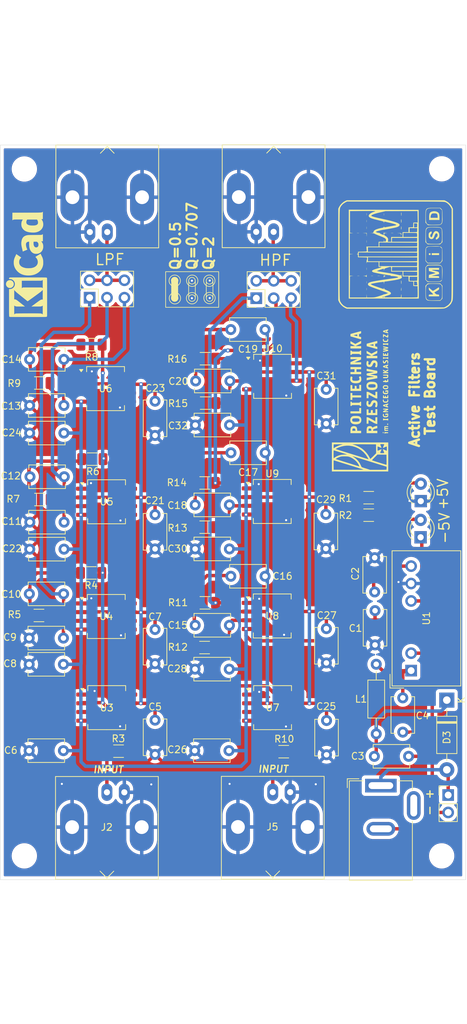
<source format=kicad_pcb>
(kicad_pcb (version 20240108) (generator "pcbnew") (generator_version "8.0")
  (layers (0 "F.Cu" signal) (31 "B.Cu" signal) (34 "B.Paste" user) (35 "F.Paste" user) (36 "B.SilkS" user "B.Silkscreen") (37 "F.SilkS" user "F.Silkscreen") (38 "B.Mask" user) (39 "F.Mask" user) (44 "Edge.Cuts" user))
  (net 0 "")
  (net 1 "+5V")
  (net 2 "GND")
  (net 3 "-5V")
  (net 4 "Net-(D3-K)")
  (net 5 "Net-(J1-Pin_2)")
  (net 6 "Net-(U4-+)")
  (net 7 "Net-(C10-Pad1)")
  (net 8 "Net-(J8-Pin_1)")
  (net 9 "Net-(U5-+)")
  (net 10 "Net-(C12-Pad1)")
  (net 11 "Net-(J8-Pin_3)")
  (net 12 "Net-(U6-+)")
  (net 13 "Net-(C14-Pad1)")
  (net 14 "Net-(J8-Pin_5)")
  (net 15 "Net-(U8-+)")
  (net 16 "Net-(C15-Pad2)")
  (net 17 "Net-(U7--)")
  (net 18 "Net-(C17-Pad2)")
  (net 19 "Net-(U9-+)")
  (net 20 "Net-(C19-Pad2)")
  (net 21 "Net-(U10-+)")
  (net 22 "Net-(D1-A)")
  (net 23 "Net-(D2-A)")
  (net 24 "Net-(J2-In)")
  (net 25 "Net-(J3-Pin_2)")
  (net 26 "Net-(J3-Pin_5)")
  (net 27 "Net-(J3-Pin_3)")
  (net 28 "Net-(J3-Pin_1)")
  (net 29 "Net-(J4-In)")
  (net 30 "Net-(J5-In)")
  (net 31 "Net-(U3--)")
  (net 56 "Net-(U1-+VIN)")
  (net 57 "Net-(D3-A)")
  (footprint "Package_SO:SO-8_5.3x6.2mm_P1.27mm" (layer "F.Cu") (at 102.755 125.88)
    (property "Reference" "U4")
    (property "Value" "OP07" (hide yes))
  )
  (footprint "Package_SO:SO-8_5.3x6.2mm_P1.27mm" (layer "F.Cu") (at 126.975 125.8)
    (property "Reference" "U8")
    (property "Value" "OP07" (hide yes))
  )
  (footprint "Capacitor_THT:C_Disc_D5.1mm_W3.2mm_P5.00mm" (layer "F.Cu") (at 134.875 132.65 90)
    (property "Reference" "C27")
    (property "Value" "100nF" (hide yes))
  )
  (footprint "Inductor_THT:L_Axial_L5.3mm_D2.2mm_P10.16mm_Horizontal_Vishay_IM-1" (layer "F.Cu") (at 142.15 143.005 90)
    (property "Reference" "L1")
    (property "Value" "22uH" (hide yes))
  )
  (footprint "LOGO:Metrologiia_Wieksza" (layer "F.Cu") (at 144.975 73.1 90)
    (property "Reference" "G***" (hide yes))
    (property "Value" "LOGO" (hide yes))
  )
  (footprint "Resistor_SMD:R_1206_3216Metric_Pad1.30x1.75mm_HandSolder" (layer "F.Cu") (at 141.05 111.1)
    (property "Reference" "R2")
    (property "Value" "500" (hide yes))
  )
  (footprint "Capacitor_THT:C_Disc_D5.1mm_W3.2mm_P5.00mm" (layer "F.Cu") (at 141.925 117.3 -90)
    (property "Reference" "C2")
    (property "Value" "4.7uF" (hide yes))
  )
  (footprint "Resistor_SMD:R_1206_3216Metric_Pad1.30x1.75mm_HandSolder" (layer "F.Cu") (at 128.65 145.6)
    (property "Reference" "R10")
    (property "Value" "50" (hide yes))
  )
  (footprint "Resistor_SMD:R_1206_3216Metric_Pad1.30x1.75mm_HandSolder" (layer "F.Cu") (at 117.105 130.41)
    (property "Reference" "R12")
    (property "Value" "16k" (hide yes))
  )
  (footprint "Resistor_SMD:R_1206_3216Metric_Pad1.30x1.75mm_HandSolder" (layer "F.Cu") (at 92.93 125.73)
    (property "Reference" "R5")
    (property "Value" "16k" (hide yes))
  )
  (footprint "Capacitor_THT:C_Disc_D5.1mm_W3.2mm_P5.00mm" (layer "F.Cu") (at 134.85 97.75 90)
    (property "Reference" "C31")
    (property "Value" "100nF" (hide yes))
  )
  (footprint "Capacitor_THT:C_Disc_D5.1mm_W3.2mm_P5.00mm" (layer "F.Cu") (at 115.75 97.95)
    (property "Reference" "C32")
    (property "Value" "100nF" (hide yes))
  )
  (footprint "Resistor_SMD:R_1206_3216Metric_Pad1.30x1.75mm_HandSolder" (layer "F.Cu") (at 100.725 102.925 180)
    (property "Reference" "R6")
    (property "Value" "30k" (hide yes))
  )
  (footprint "Resistor_SMD:R_1206_3216Metric_Pad1.30x1.75mm_HandSolder" (layer "F.Cu") (at 100.6 86.218885 180)
    (property "Reference" "R8")
    (property "Value" "13k" (hide yes))
  )
  (footprint "Capacitor_THT:C_Disc_D5.1mm_W3.2mm_P5.00mm" (layer "F.Cu") (at 141.975 125.025 -90)
    (property "Reference" "C1")
    (property "Value" "4.7uF" (hide yes))
  )
  (footprint "Resistor_SMD:R_1206_3216Metric_Pad1.30x1.75mm_HandSolder" (layer "F.Cu") (at 104.55 145.525)
    (property "Reference" "R3")
    (property "Value" "50" (hide yes))
  )
  (footprint "Connector_PinHeader_2.54mm:PinHeader_2x03_P2.54mm_Vertical" (layer "F.Cu") (at 100.325 79.375 90)
    (property "Reference" "J8" (hide yes))
    (property "Value" "SELECTOR" (hide yes))
  )
  (footprint "Capacitor_THT:C_Disc_D5.1mm_W3.2mm_P5.00mm" (layer "F.Cu") (at 125.925 84.025 180)
    (property "Reference" "C19")
    (property "Value" "10nF" (hide yes))
  )
  (footprint "Resistor_SMD:R_1206_3216Metric_Pad1.30x1.75mm_HandSolder" (layer "F.Cu") (at 100.55 119.525 180)
    (property "Reference" "R4")
    (property "Value" "16k" (hide yes))
  )
  (footprint "Connector_Coaxial:BNC_Amphenol_B6252HB-NPP3G-50_Horizontal" (layer "F.Cu") (at 127.05 151.5 180)
    (property "Reference" "J5")
    (property "Value" "INPUT" (hide yes))
  )
  (footprint "Connector_PinHeader_2.54mm:PinHeader_1x02_P2.54mm_Vertical" (layer "F.Cu") (at 152.65 151.925)
    (property "Reference" "J6" (hide yes))
    (property "Value" "5V" (hide yes))
  )
  (footprint "Capacitor_THT:C_Disc_D5.1mm_W3.2mm_P5.00mm" (layer "F.Cu") (at 91.53 122.58)
    (property "Reference" "C10")
    (property "Value" "10nF" (hide yes))
  )
  (footprint "Resistor_SMD:R_1206_3216Metric_Pad1.30x1.75mm_HandSolder" (layer "F.Cu") (at 117.155 123.885)
    (property "Reference" "R11")
    (property "Value" "16k" (hide yes))
  )
  (footprint "Capacitor_THT:C_Disc_D5.1mm_W3.2mm_P5.00mm" (layer "F.Cu") (at 120.725 109.6 180)
    (property "Reference" "C18")
    (property "Value" "10nF" (hide yes))
  )
  (footprint "Capacitor_THT:C_Disc_D5.1mm_W3.2mm_P5.00mm" (layer "F.Cu") (at 146.025 142.75 90)
    (property "Reference" "C4")
    (property "Value" "22uF" (hide yes))
  )
  (footprint "MountingHole:MountingHole_3.2mm_M3" (layer "F.Cu") (at 90.8 160.8)
    (property "Reference" "REF**" (hide yes))
    (property "Value" "MountingHole_3.2mm_M3" (hide yes))
  )
  (footprint "Capacitor_THT:C_Disc_D5.1mm_W3.2mm_P5.00mm" (layer "F.Cu") (at 109.875 146 90)
    (property "Reference" "C5")
    (property "Value" "100nF" (hide yes))
  )
  (footprint "Capacitor_THT:C_Disc_D5.1mm_W3.2mm_P5.00mm" (layer "F.Cu") (at 96.575 95.093885 180)
    (property "Reference" "C13")
    (property "Value" "4.6nF" (hide yes))
  )
  (footprint "MountingHole:MountingHole_3.2mm_M3" (layer "F.Cu") (at 151.7 60.575)
    (property "Reference" "REF**" (hide yes))
    (property "Value" "MountingHole_3.2mm_M3" (hide yes))
  )
  (footprint "Connector_Coaxial:BNC_Amphenol_B6252HB-NPP3G-50_Horizontal" (layer "F.Cu") (at 127.175 69.775)
    (property "Reference" "J7" (hide yes))
    (property "Value" "OUTPUT" (hide yes))
  )
  (footprint "Capacitor_THT:C_Disc_D5.1mm_W3.2mm_P5.00mm" (layer "F.Cu") (at 125.95 102 180)
    (property "Reference" "C17")
    (property "Value" "10nF" (hide yes))
  )
  (footprint "Capacitor_THT:C_Disc_D5.1mm_W3.2mm_P5.00mm" (layer "F.Cu") (at 109.875 116.025 90)
    (property "Reference" "C21")
    (property "Value" "100nF" (hide yes))
  )
  (footprint "Resistor_SMD:R_1206_3216Metric_Pad1.30x1.75mm_HandSolder" (layer "F.Cu") (at 141.05 108.55)
    (property "Reference" "R1")
    (property "Value" "500" (hide yes))
  )
  (footprint "Capacitor_THT:C_Disc_D5.1mm_W3.2mm_P5.00mm" (layer "F.Cu") (at 91.625 105.495)
    (property "Reference" "C12")
    (property "Value" "10nF" (hide yes))
  )
  (footprint "Capacitor_THT:C_Disc_D5.1mm_W3.2mm_P5.00mm" (layer "F.Cu") (at 109.875 99.468885 90)
    (property "Reference" "C23")
    (property "Value" "100nF" (hide yes))
  )
  (footprint "Capacitor_THT:C_Disc_D5.1mm_W3.2mm_P5.00mm" (layer "F.Cu") (at 120.73 127.16 180)
    (property "Reference" "C15")
    (property "Value" "10nF" (hide yes))
  )
  (footprint "LED_THT:LED_D3.0mm_FlatTop" (layer "F.Cu") (at 148.625 114.325 90)
    (property "Reference" "D2" (hide yes))
    (property "Value" "LED" (hide yes))
  )
  (footprint "Package_SO:SO-8_5.3x6.2mm_P1.27mm" (layer "F.Cu") (at 102.825 139.175)
    (property "Reference" "U3")
    (property "Value" "OP07" (hide yes))
  )
  (footprint "Symbol:KiCad-Logo_6mm_SilkScreen" (layer "F.Cu") (at 91.1 74.525 90)
    (property "Reference" "REF**" (hide yes))
    (property "Value" "KiCad-Logo_6mm_SilkScreen" (hide yes))
  )
  (footprint "Capacitor_THT:C_Disc_D5.1mm_W3.2mm_P5.00mm" (layer "F.Cu") (at 115.6625 145.45)
    (property "Reference" "C26")
    (property "Value" "100nF" (hide yes))
  )
  (footprint "Capacitor_THT:C_Disc_D5.1mm_W3.2mm_P5.00mm" (layer "F.Cu") (at 134.9 146.05 90)
    (property "Reference" "C25")
    (property "Value" "100nF" (hide yes))
  )
  (footprint "MountingHole:MountingHole_3.2mm_M3" (layer "F.Cu") (at 151.7 160.8)
    (property "Reference" "REF**" (hide yes))
    (property "Value" "MountingHole_3.2mm_M3" (hide yes))
  )
  (footprint "Package_SO:SO-8_5.3x6.2mm_P1.27mm" (layer "F.Cu") (at 127.025 139.175)
    (property "Reference" "U7")
    (property "Value" "OP07" (hide yes))
  )
  (footprint "Resistor_SMD:R_1206_3216Metric_Pad1.30x1.75mm_HandSolder" (layer "F.Cu") (at 93.025 108.82)
    (property "Reference" "R7")
    (property "Value" "18k" (hide yes))
  )
  (footprint "Package_SO:SO-8_5.3x6.2mm_P1.27mm" (layer "F.Cu") (at 102.65 92.64)
    (property "Reference" "U6")
    (property "Value" "OP07" (hide yes))
  )
  (footprint "Capacitor_THT:C_Disc_D5.1mm_W3.2mm_P5.00mm" (layer "F.Cu") (at 91.575 88.368885)
    (property "Reference" "C14")
    (property "Value" "100nF" (hide yes))
  )
  (footprint "Connector_Coaxial:BNC_Amphenol_B6252HB-NPP3G-50_Horizontal" (layer "F.Cu") (at 102.85 151.525 180)
    (property "Reference" "J2")
    (property "Value" "INPUT" (hide yes))
  )
  (footprint "LOGO:Politechnika" (layer "F.Cu") (at 139.775 94.35 90)
    (property "Reference" "G***" (hide yes))
    (property "Value" "LOGO" (hide yes))
  )
  (footprint "Capacitor_THT:C_Disc_D5.1mm_W3.2mm_P5.00mm" (layer "F.Cu") (at 134.8 115.975 90)
    (property "Reference" "C29")
    (property "Value" "100nF" (hide yes))
  )
  (footprint "Capacitor_THT:C_Disc_D5.1mm_W3.2mm_P5.00mm" (layer "F.Cu") (at 146.875 146.275 180)
    (property "Reference" "C3")
    (property "Value" "22uF" (hide yes))
  )
  (footprint "Capacitor_THT:C_Disc_D5.1mm_W3.2mm_P5.00mm" (layer "F.Cu") (at 91.505 132.855)
    (property "Reference" "C8")
    (property "Value" "100nF" (hide yes))
  )
  (footprint "Connector_PinHeader_2.54mm:PinHeader_2x03_P2.54mm_Vertical" (layer "F.Cu") (at 124.65 79.45 90)
    (property "Reference" "J3" (hide yes))
    (property "Value" "SELECTOR" (hide yes))
  )
  (footprint "Capacitor_THT:C_Disc_D5.1mm_W3.2mm_P5.00mm" (layer "F.Cu") (at 120.8 91.525 180)
    (property "Reference" "C20")
    (property "Value" "10nF" (hide yes))
  )
  (footprint "Resistor_SMD:R_1206_3216Metric_Pad1.30x1.75mm_HandSolder" (layer "F.Cu") (at 93 91.818885)
    (property "Reference" "R9")
    (property "Value" "4k3" (hide yes))
  )
  (footprint "Package_SO:SO-8_5.3x6.2mm_P1.27mm" (layer "F.Cu") (at 127.025 90.85)
    (property "Reference" "U10")
    (property "Value" "OP07" (hide yes))
  )
  (footprint "Capacitor_THT:C_Disc_D5.1mm_W3.2mm_P5.00mm" (layer "F.Cu") (at 115.725 116.025)
    (property "Reference" "C30")
    (property "Value" "100nF" (hide yes))
  )
  (footprint "Capacitor_THT:C_Disc_D5.1mm_W3.2mm_P5.00mm" (layer "F.Cu") (at 109.875 132.775 90)
    (property "Reference" "C7")
    (property "Value" "100nF" (hide yes))
  )
  (footprint "Resistor_SMD:R_1206_3216Metric_Pad1.30x1.75mm_HandSolder" (layer "F.Cu") (at 117.2 94.75)
    (property "Reference" "R15")
    (property "Value" "62k" (hide yes))
  )
  (footprint "Connector_Coaxial:BNC_Amphenol_B6252HB-NPP3G-50_Horizontal" (layer "F.Cu") (at 102.9 69.8)
    (property "Reference" "J4" (hide yes))
    (property "Value" "OUTPUT" (hide yes))
  )
  (footprint "MountingHole:MountingHole_3.2mm_M3" (layer "F.Cu") (at 90.8 60.6)
    (property "Reference" "REF**" (hide yes))
    (property "Value" "MountingHole_3.2mm_M3" (hide yes))
  )
  (footprint "Resistor_SMD:R_1206_3216Metric_Pad1.30x1.75mm_HandSolder" (layer "F.Cu") (at 117.175 88.275)
    (property "Reference" "R16")
    (property "Value" "3k9" (hide yes))
  )
  (footprint "Capacitor_THT:C_Disc_D5.1mm_W3.2mm_P5.00mm" (layer "F.Cu") (at 96.505 129.03 180)
    (property "Reference" "C9")
    (property "Value" "10nF" (hide yes))
  )
  (footprint "Capacitor_THT:C_Disc_D5.1mm_W3.2mm_P5.00mm" (layer "F.Cu") (at 91.5 145.45)
    (property "Reference" "C6")
    (property "Value" "100nF" (hide yes))
  )
  (footprint "Converter_DCDC:Converter_DCDC_Murata_MGJ2DxxxxxxSC_THT" (layer "F.Cu") (at 147.2425 133.7725 90)
    (property "Reference" "U1")
    (property "Value" "MGJ2D051515SC" (hide yes))
  )
  (footprint "Package_SO:SO-8_5.3x6.2mm_P1.27mm" (layer "F.Cu") (at 102.8 109.145)
    (property "Reference" "U5")
    (property "Value" "OP07" (hide yes))
  )
  (footprint "Capacitor_THT:C_Disc_D5.1mm_W3.2mm_P5.00mm" (layer "F.Cu") (at 91.5875 116.0575)
    (property "Reference" "C22")
    (property "Value" "100nF" (hide yes))
  )
  (footprint "Diode_THT:D_DO-41_SOD81_P10.16mm_Horizontal" (layer "F.Cu") (at 152.45 138.075 -90)
    (property "Reference" "D3")
    (property "Value" "1N4001" (hide yes))
  )
  (footprint "Capacitor_THT:C_Disc_D5.1mm_W3.2mm_P5.00mm" (layer "F.Cu") (at 96.6 112.12 180)
    (property "Reference" "C11")
    (property "Value" "4.7nF" (hide yes))
  )
  (footprint "Connector_BarrelJack:BarrelJack_GCT_DCJ200-10-A_Horizontal" (layer "F.Cu") (at 142.825 150.55)
    (property "Reference" "J1" (hide yes))
    (property "Value" "5V" (hide yes))
  )
  (footprint "Capacitor_THT:C_Disc_D5.1mm_W3.2mm_P5.00mm" (layer "F.Cu") (at 125.93 120.01 180)
    (property "Reference" "C16")
    (property "Value" "10nF" (hide yes))
  )
  (footprint "Capacitor_THT:C_Disc_D5.1mm_W3.2mm_P5.00mm" (layer "F.Cu") (at 115.705 133.56)
    (property "Reference" "C28")
    (property "Value" "100nF" (hide yes))
  )
  (footprint "Capacitor_THT:C_Disc_D5.1mm_W3.2mm_P5.00mm" (layer "F.Cu") (at 91.575 99.118885)
    (property "Reference" "C24")
    (property "Value" "100nF" (hide yes))
  )
  (footprint "Resistor_SMD:R_1206_3216Metric_Pad1.30x1.75mm_HandSolder" (layer "F.Cu") (at 117.125 112.85)
    (property "Reference" "R13")
    (property "Value" "22k" (hide yes))
  )
  (footprint "Package_SO:SO-8_5.3x6.2mm_P1.27mm" (layer "F.Cu") (at 126.975 109.1)
    (property "Reference" "U9")
    (property "Value" "OP07" (hide yes))
  )
  (footprint "LED_THT:LED_D3.0mm_FlatTop" (layer "F.Cu") (at 148.65 109.05 90)
    (property "Reference" "D1" (hide yes))
    (property "Value" "LED" (hide yes))
  )
  (footprint "Resistor_SMD:R_1206_3216Metric_Pad1.30x1.75mm_HandSolder" (layer "F.Cu") (at 117.125 106.4)
    (property "Reference" "R14")
    (property "Value" "11k" (hide yes))
  )
  (gr_line (start 112.7375 76.875) (end 112.7375 79.425) (stroke (width 1)) (layer "F.SilkS"))
  (gr_circle (center 115.272912 79.453024) (end 114.872912 78.728024) (stroke (width 0.1)) (fill none) (layer "F.SilkS"))
  (gr_circle (center 117.822912 79.425) (end 117.422912 78.7) (stroke (width 0.1)) (fill none) (layer "F.SilkS"))
  (gr_line (start 114.772912 76.875) (end 114.777088 79.475) (stroke (width 0.1)) (layer "F.SilkS"))
  (gr_circle (center 117.822912 76.910412) (end 117.422912 76.635412) (stroke (width 0.1)) (fill none) (layer "F.SilkS"))
  (gr_circle (center 115.258324 76.9) (end 114.858324 76.625) (stroke (width 0.1)) (fill none) (layer "F.SilkS"))
  (gr_line (start 117.345824 76.85) (end 117.35 79.45) (stroke (width 0.1)) (layer "F.SilkS"))
  (gr_circle (center 117.8375 79.425) (end 117.4375 79.15) (stroke (width 0.1)) (fill none) (layer "F.SilkS"))
  (gr_line (start 115.745824 76.85) (end 115.75 79.45) (stroke (width 0.1)) (layer "F.SilkS"))
  (gr_circle (center 115.297912 76.903024) (end 114.897912 76.178024) (stroke (width 0.1)) (fill none) (layer "F.SilkS"))
  (gr_line (start 118.320824 76.85) (end 118.325 79.45) (stroke (width 0.1)) (layer "F.SilkS"))
  (gr_rect (start 111.417912 75.58) (end 119.157912 80.78) (stroke (width 0.1)) (fill none) (layer "F.SilkS"))
  (gr_circle (center 112.772912 79.453024) (end 112.372912 78.728024) (stroke (width 0.1)) (fill none) (layer "F.SilkS"))
  (gr_circle (center 112.7375 76.875) (end 112.3375 76.6) (stroke (width 0.1)) (fill none) (layer "F.SilkS"))
  (gr_circle (center 112.7375 79.425) (end 112.3375 79.15) (stroke (width 0.1)) (fill none) (layer "F.SilkS"))
  (gr_circle (center 112.744888 76.9) (end 112.344888 76.175) (stroke (width 0.1)) (fill none) (layer "F.SilkS"))
  (gr_circle (center 117.794888 76.9) (end 117.394888 76.175) (stroke (width 0.1)) (fill none) (layer "F.SilkS"))
  (gr_circle (center 115.2625 79.425) (end 114.8625 79.15) (stroke (width 0.1)) (fill none) (layer "F.SilkS"))
  (gr_rect (start 87.3 57.1) (end 155.2 164.275) (stroke (width 0.05)) (fill none) (layer "Edge.Cuts"))
  (gr_text "INPUT" (at 124.825 148.725 0) (layer "F.SilkS") (effects (font (size 1 1) (thickness 0.2) (bold yes) (italic yes)) (justify left bottom)))
  (gr_text "Active Filters \nTest Board" (at 148.875 93.7 90) (layer "F.SilkS") (effects (font (size 1.4 1.4) (thickness 0.35) (bold yes))))
  (gr_text "LPF" (at 101 74.75 0) (layer "F.SilkS") (effects (font (size 1.6 1.6) (thickness 0.2) (bold yes)) (justify left bottom)))
  (gr_text "+ -" (at 149.375 150.9 -90) (layer "F.SilkS") (effects (font (size 1.2 1.2) (thickness 0.2) (bold yes)) (justify left bottom)))
  (gr_text "INPUT" (at 100.75 148.8 0) (layer "F.SilkS") (effects (font (size 1 1) (thickness 0.2) (bold yes) (italic yes)) (justify left bottom)))
  (gr_text "+5V\n" (at 152.75 110.45 90) (layer "F.SilkS") (effects (font (size 1.5 1.5) (thickness 0.2) (bold yes)) (justify left bottom)))
  (gr_text "Q=0.5\nQ=0.707\nQ=2" (at 115.275 75.5 90) (layer "F.SilkS") (effects (font (size 1.5 1.5) (thickness 0.3) (bold yes)) (justify left)))
  (gr_text "HPF" (at 124.975 74.85 0) (layer "F.SilkS") (effects (font (size 1.6 1.6) (thickness 0.2) (bold yes)) (justify left bottom)))
  (gr_text "-5V\n" (at 152.975 115.4 90) (layer "F.SilkS") (effects (font (size 1.5 1.5) (thickness 0.2) (bold yes)) (justify left bottom)))
  (segment (start 106.34 138.525) (end 106.325 138.54) (width 0.2) (layer "F.Cu") (net 1))
  (segment (start 132.435 138.54) (end 134.525 138.54) (width 0.5) (layer "F.Cu") (net 1))
  (segment (start 130.525 138.54) (end 128.69 138.54) (width 0.5) (layer "F.Cu") (net 1))
  (segment (start 106.3 108.51) (end 109.35 108.51) (width 0.5) (layer "F.Cu") (net 1))
  (segment (start 107.825 92) (end 107.83 92.005) (width 0.5) (layer "F.Cu") (net 1))
  (segment (start 109.75 108.51) (end 109.875 108.635) (width 0.5) (layer "F.Cu") (net 1))
  (segment (start 109.875 108.635) (end 109.875 111.025) (width 0.5) (layer "F.Cu") (net 1))
  (segment (start 134.89 138.54) (end 134.9 138.55) (width 0.2) (layer "F.Cu") (net 1))
  (segment (start 139.4 108.45) (end 139.5 108.55) (width 0.5) (layer "F.Cu") (net 1))
  (segment (start 109.838885 92.005) (end 109.875 91.968885) (width 0.2) (layer "F.Cu") (net 1))
  (segment (start 134 108.465) (end 134.325 108.465) (width 0.5) (layer "F.Cu") (net 1))
  (segment (start 136.2 125.15) (end 134.875 125.15) (width 0.5) (layer "F.Cu") (net 1))
  (segment (start 113.65 136) (end 111.1 138.55) (width 0.5) (layer "F.Cu") (net 1))
  (segment (start 109.875 125.275) (end 108.55 125.275) (width 0.5) (layer "F.Cu") (net 1))
  (segment (start 107.82 92.005) (end 107.825 92) (width 0.5) (layer "F.Cu") (net 1))
  (segment (start 109.875 141) (end 109.875 138.725) (width 0.5) (layer "F.Cu") (net 1))
  (segment (start 135.415 108.465) (end 135.425 108.475) (width 0.5) (layer "F.Cu") (net 1))
  (segment (start 141.775 122.15) (end 141.775 120.525) (width 0.5) (layer "F.Cu") (net 1))
  (segment (start 141.925 120.375) (end 142.9 120.375) (width 0.5) (layer "F.Cu") (net 1))
  (segment (start 107.775 138.525) (end 106.34 138.525) (width 0.5) (layer "F.Cu") (net 1))
  (segment (start 126.15 136) (end 113.65 136) (width 0.5) (layer "F.Cu") (net 1))
  (segment (start 134.85 90.25) (end 134.85 92.75) (width 0.5) (layer "F.Cu") (net 1))
  (segment (start 134 108.465) (end 135.415 108.465) (width 0.5) (layer "F.Cu") (net 1))
  (segment (start 135.425 108.475) (end 139.425 108.475) (width 0.5) (layer "F.Cu") (net 1))
  (segment (start 107.8 125.275) (end 106.285 125.275) (width 0.5) (layer "F.Cu") (net 1))
  (segment (start 141.925 122.3) (end 141.775 122.15) (width 0.5) (layer "F.Cu") (net 1))
  (segment (start 141.775 120.525) (end 141.925 120.375) (width 0.5) (layer "F.Cu") (net 1))
  (segment (start 109.838885 92.005) (end 109.875 92.041115) (width 0.5) (layer "F.Cu") (net 1))
  (segment (start 132.365 138.54) (end 132.4 138.575) (width 0.5) (layer "F.Cu") (net 1))
  (segment (start 141.925 120.375) (end 137.9 120.375) (width 0.5) (layer "F.Cu") (net 1))
  (segment (start 134.8 108.475) (end 134.8 110.975) (width 0.5) (layer "F.Cu") (net 1))
  (segment (start 130.525 138.54) (end 132.365 138.54) (width 0.5) (layer "F.Cu") (net 1))
  (segment (start 134.815 90.215) (end 134.85 90.25) (width 0.2) (layer "F.Cu") (net 1))
  (segment (start 106.15 92.005) (end 107.82 92.005) (width 0.5) (layer "F.Cu") (net 1))
  (segment (start 128.69 138.54) (end 126.15 136) (width 0.5) (layer "F.Cu") (net 1))
  (segment (start 134.9 138.55) (end 134.9 141.05) (width 0.5) (layer "F.Cu") (net 1))
  (segment (start 109.875 138.725) (end 110.05 138.55) (width 0.5) (layer "F.Cu") (net 1))
  (segment (start 109.1 92.005) (end 109.838885 92.005) (width 0.5) (layer "F.Cu") (net 1))
  (segment (start 130.49 125.15) (end 130.475 125.165) (width 0.5) (layer "F.Cu") (net 1))
  (segment (start 134.79 108.465) (end 134.8 108.475) (width 0.2) (layer "F.Cu") (net 1))
  (segment (start 137.9 120.375) (end 136.575 121.7) (width 0.5) (layer "F.Cu") (net 1))
  (segment (start 109.875 125.275) (end 109.875 127.775) (width 0.5) (layer "F.Cu") (net 1))
  (segment (start 109.35 108.51) (end 109.75 108.51) (width 0.5) (layer "F.Cu") (net 1))
  (segment (start 110.05 138.55) (end 107.8 138.55) (width 0.5) (layer "F.Cu") (net 1))
  (segment (start 130.525 90.215) (end 134.05 90.215) (width 0.5) (layer "F.Cu") (net 1))
  (segment (start 107.83 92.005) (end 109.1 92.005) (width 0.5) (layer "F.Cu") (net 1))
  (segment (start 142.9 120.375) (end 144.7425 118.5325) (width 0.5) (layer "F.Cu") (net 1))
  (segment (start 107.8 138.55) (end 107.775 138.525) (width 0.5) (layer "F.Cu") (net 1))
  (segment (start 134.325 108.465) (end 134.55 108.465) (width 0.5) (layer "F.Cu") (net 1))
  (segment (start 134.875 125.15) (end 130.49 125.15) (width 0.5) (layer "F.Cu") (net 1))
  (segment (start 134.8 108.475) (end 135.425 108.475) (width 0.5) (layer "F.Cu") (net 1))
  (segment (start 132.4 138.575) (end 132.435 138.54) (width 0.5) (layer "F.Cu") (net 1))
  (segment (start 134.875 125.15) (end 134.875 127.65) (width 0.5) (layer "F.Cu") (net 1))
  (segment (start 144.7425 118.5325) (end 147.2425 118.5325) (width 0.5) (layer "F.Cu") (net 1))
  (segment (start 136.575 121.7) (end 136.575 124.775) (width 0.5) (layer "F.Cu") (net 1))
  (segment (start 107.825 138.525) (end 107.8 138.55) (width 0.5) (layer "F.Cu") (net 1))
  (segment (start 136.575 124.775) (end 136.2 125.15) (width 0.5) (layer "F.Cu") (net 1))
  (segment (start 139.425 108.475) (end 139.5 108.55) (width 0.5) (layer "F.Cu") (net 1))
  (segment (start 134.05 90.215) (end 134.815 90.215) (width 0.5) (layer "F.Cu") (net 1))
  (segment (start 106.285 125.275) (end 106.255 125.245) (width 0.2) (layer "F.Cu") (net 1))
  (segment (start 134.525 138.54) (end 134.89 138.54) (width 0.5) (layer "F.Cu") (net 1))
  (segment (start 109.875 92.041115) (end 109.875 94.468885) (width 0.5) (layer "F.Cu") (net 1))
  (segment (start 108.55 125.275) (end 107.8 125.275) (width 0.5) (layer "F.Cu") (net 1))
  (segment (start 111.1 138.55) (end 109.925 138.55) (width 0.5) (layer "F.Cu") (net 1))
  (segment (start 133.75 108.465) (end 134 108.465) (width 0.5) (layer "F.Cu") (net 1))
  (segment (start 130.475 108.465) (end 133.75 108.465) (width 0.5) (layer "F.Cu") (net 1))
  (via (at 107.825 92) (size 0.6) (drill 0.3) (layers "F.Cu" "B.Cu") (net 1))
  (via (at 107.8 125.275) (size 0.6) (drill 0.3) (layers "F.Cu" "B.Cu") (net 1))
  (via (at 132.375 90.25) (size 0.6) (drill 0.3) (layers "F.Cu" "B.Cu") (net 1))
  (via (at 132.375 108.425) (size 0.6) (drill 0.3) (layers "F.Cu" "B.Cu") (net 1))
  (via (at 107.8 138.55) (size 0.6) (drill 0.3) (layers "F.Cu" "B.Cu") (net 1))
  (via (at 132.375 125.125) (size 0.6) (drill 0.3) (layers "F.Cu" "B.Cu") (net 1))
  (via (at 132.4 138.575) (size 0.6) (drill 0.3) (layers "F.Cu" "B.Cu") (net 1))
  (via (at 107.825 108.525) (size 0.6) (drill 0.3) (layers "F.Cu" "B.Cu") (net 1))
  (segment (start 132.4 125.1) (end 132.4 123.425) (width 0.5) (layer "B.Cu") (net 1))
  (segment (start 132.375 125.125) (end 132.4 125.1) (width 0.5) (layer "B.Cu") (net 1))
  (segment (start 132.4 108.4) (end 132.4 90.275) (width 0.5) (layer "B.Cu") (net 1))
  (segment (start 132.4 138.575) (end 132.4 125.15) (width 0.5) (layer "B.Cu") (net 1))
  (segment (start 132.4 90.275) (end 132.375 90.25) (width 0.5) (layer "B.Cu") (net 1))
  (segment (start 107.825 108.525) (end 107.825 138.525) (width 0.5) (layer "B.Cu") (net 1))
  (segment (start 132.4 125.15) (end 132.375 125.125) (width 0.5) (layer "B.Cu") (net 1))
  (segment (start 132.4 108.45) (end 132.375 108.425) (width 0.5) (layer "B.Cu") (net 1))
  (segment (start 132.375 108.425) (end 132.4 108.4) (width 0.5) (layer "B.Cu") (net 1))
  (segment (start 107.825 92) (end 107.825 108.525) (width 0.5) (layer "B.Cu") (net 1))
  (segment (start 132.4 123.425) (end 132.4 108.45) (width 0.5) (layer "B.Cu") (net 1))
  (segment (start 147 109.025) (end 146.975 109.05) (width 0.2) (layer "F.Cu") (net 2))
  (segment (start 147.2425 121.0725) (end 145.4025 121.0725) (width 0.2) (layer "F.Cu") (net 2))
  (segment (start 146.975 109.05) (end 146.95 109.05) (width 0.2) (layer "F.Cu") (net 2))
  (segment (start 147.025 109.05) (end 147 109.025) (width 0.2) (layer "F.Cu") (net 2))
  (segment (start 148.65 109.05) (end 147.025 109.05) (width 0.5) (layer "F.Cu") (net 2))
  (via (at 120.75 150.3) (size 0.6) (drill 0.3) (layers "F.Cu" "B.Cu") (net 2))
  (via (at 104.9 128.625) (size 0.6) (drill 0.3) (layers "F.Cu" "B.Cu") (net 2))
  (via (at 115.25 79.45) (size 0.6) (drill 0.3) (layers "F.Cu" "B.Cu") (net 2))
  (via (at 100.525 106.425) (size 0.6) (drill 0.3) (layers "F.Cu" "B.Cu") (net 2))
  (via (at 109.325 150.375) (size 0.6) (drill 0.3) (layers "F.Cu" "B.Cu") (net 2))
  (via (at 145.4 120.85) (size 0.6) (drill 0.3) (layers "F.Cu" "B.Cu") (net 2))
  (via (at 104.825 111.875) (size 0.6) (drill 0.3) (layers "F.Cu" "B.Cu") (net 2))
  (via (at 147 109.025) (size 0.6) (drill 0.3) (layers "F.Cu" "B.Cu") (net 2))
  (via (at 133.325 150.35) (size 0.6) (drill 0.3) (layers "F.Cu" "B.Cu") (net 2))
  (via (at 129.025 93.65) (size 0.6) (drill 0.3) (layers "F.Cu" "B.Cu") (net 2))
  (via (at 101.05 136.75) (size 0.6) (drill 0.3) (layers "F.Cu" "B.Cu") (net 2))
  (via (at 129 111.825) (size 0.6) (drill 0.3) (layers "F.Cu" "B.Cu") (net 2))
  (via (at 117.85 76.875) (size 0.6) (drill 0.3) (layers "F.Cu" "B.Cu") (net 2))
  (via (at 125.075 123.3) (size 0.6) (drill 0.3) (layers "F.Cu" "B.Cu") (net 2))
  (via (at 128.7 128.55) (size 0.6) (drill 0.3) (layers "F.Cu" "B.Cu") (net 2))
  (via (at 104.775 141.9) (size 0.6) (drill 0.3) (layers "F.Cu" "B.Cu") (net 2))
  (via (at 117.85 79.425) (size 0.6) (drill 0.3) (layers "F.Cu" "B.Cu") (net 2))
  (via (at 115.25 76.9) (size 0.6) (drill 0.3) (layers "F.Cu" "B.Cu") (net 2))
  (via (at 125.075 136.875) (size 0.6) (drill 0.3) (layers "F.Cu" "B.Cu") (net 2))
  (via (at 125.2 88.55) (size 0.6) (drill 0.3) (layers "F.Cu" "B.Cu") (net 2))
  (via (at 100.575 123.225) (size 0.6) (drill 0.3) (layers "F.Cu" "B.Cu") (net 2))
  (via (at 128.975 141.925) (size 0.6) (drill 0.3) (layers "F.Cu" "B.Cu") (net 2))
  (via (at 125 106.575) (size 0.6) (drill 0.3) (layers "F.Cu" "B.Cu") (net 2))
  (via (at 96.275 150.3) (size 0.6) (drill 0.3) (layers "F.Cu" "B.Cu") (net 2))
  (via (at 100.65 90.125) (size 0.6) (drill 0.3) (layers "F.Cu" "B.Cu") (net 2))
  (via (at 104.75 95.4) (size 0.6) (drill 0.3) (layers "F.Cu" "B.Cu") (net 2))
  (segment (start 147.2425 121.0725) (end 145.6225 121.0725) (width 0.5) (layer "B.Cu") (net 2))
  (segment (start 144.575 120.025) (end 141.925 117.375) (width 0.5) (layer "B.Cu") (net 2))
  (segment (start 145.6225 121.0725) (end 145.4 120.85) (width 0.5) (layer "B.Cu") (net 2))
  (segment (start 145.4 120.85) (end 144.575 120.025) (width 0.5) (layer "B.Cu") (net 2))
  (segment (start 141.925 117.375) (end 141.925 117.3) (width 0.5) (layer "B.Cu") (net 2))
  (segment (start 99.17 94.525) (end 99.1 94.525) (width 0.5) (layer "F.Cu") (net 3))
  (segment (start 143.355 126.405) (end 141.975 126.405) (width 0.5) (layer "F.Cu") (net 3))
  (segment (start 123.15 127.7) (end 123.15 128.7) (width 0.5) (layer "F.Cu") (net 3))
  (segment (start 140.945 126.405) (end 143.355 126.405) (width 0.5) (layer "F.Cu") (net 3))
  (segment (start 99.1 94.595) (end 99.125 94.57) (width 0.5) (layer "F.Cu") (net 3))
  (segment (start 148.8 123.5) (end 148.6875 123.6125) (width 0.5) (layer "F.Cu") (net 3))
  (segment (start 99.15 94.545) (end 99.17 94.525) (width 0.5) (layer "F.Cu") (net 3))
  (segment (start 99.1 94.525) (end 99.1 94.595) (width 0.5) (layer "F.Cu") (net 3))
  (segment (start 148.8 123.5) (end 148.8 114.5) (width 0.5) (layer "F.Cu") (net 3))
  (segment (start 141.975 126.405) (end 141.975 125.025) (width 0.5) (layer "F.Cu") (net 3))
  (segment (start 147.645 126.405) (end 148.8 125.25) (width 0.5) (layer "F.Cu") (net 3))
  (segment (start 137.925 129.425) (end 140.945 126.405) (width 0.5) (layer "F.Cu") (net 3))
  (segment (start 143.355 126.405) (end 147.645 126.405) (width 0.5) (layer "F.Cu") (net 3))
  (segment (start 148.8 114.5) (end 148.625 114.325) (width 0.5) (layer "F.Cu") (net 3))
  (segment (start 123.15 128.7) (end 123.55 129.1) (width 0.5) (layer "F.Cu") (net 3))
  (segment (start 123.875 129.425) (end 137.925 129.425) (width 0.5) (layer "F.Cu") (net 3))
  (segment (start 123.15 128.7) (end 123.875 129.425) (width 0.5) (layer "F.Cu") (net 3))
  (segment (start 148.8 125.25) (end 148.8 123.5) (width 0.5) (layer "F.Cu") (net 3))
  (segment (start 99.33 141.075) (end 99.325 141.08) (width 0.5) (layer "F.Cu") (net 3))
  (segment (start 123.55 129.1) (end 123.275 129.1) (width 0.2) (layer "F.Cu") (net 3))
  (segment (start 148.6875 123.6125) (end 147.2425 123.6125) (width 0.5) (layer "F.Cu") (net 3))
  (segment (start 99.075 141.075) (end 99.33 141.075) (width 0.5) (layer "F.Cu") (net 3))
  (via (at 99.1 94.525) (size 0.6) (drill 0.3) (layers "F.Cu" "B.Cu") (net 3))
  (via (at 99.05 111.05) (size 0.6) (drill 0.3) (layers "F.Cu" "B.Cu") (net 3))
  (via (at 99.1 127.8) (size 0.6) (drill 0.3) (layers "F.Cu" "B.Cu") (net 3))
  (via (at 123.1625 92.6625) (size 0.6) (drill 0.3) (layers "F.Cu" "B.Cu") (net 3))
  (via (at 123.15 127.7) (size 0.6) (drill 0.3) (layers "F.Cu" "B.Cu") (net 3))
  (via (at 123.15 111.025) (size 0.6) (drill 0.3) (layers "F.Cu" "B.Cu") (net 3))
  (via (at 99.075 141.075) (size 0.6) (drill 0.3) (layers "F.Cu" "B.Cu") (net 3))
  (via (at 123.15 141.075) (size 0.6) (drill 0.3) (layers "F.Cu" "B.Cu") (net 3))
  (segment (start 123.1625 141.0625) (end 123.1625 133.35) (width 0.5) (layer "B.Cu") (net 3))
  (segment (start 99.075 132.785) (end 99.005 132.855) (width 0.5) (layer "B.Cu") (net 3))
  (segment (start 123.1375 97.95) (end 120.75 97.95) (width 0.5) (layer "B.Cu") (net 3))
  (segment (start 123.0625 116.025) (end 120.725 116.025) (width 0.5) (layer "B.Cu") (net 3))
  (segment (start 123.15 127.7) (end 123.1625 127.6875) (width 0.2) (layer "B.Cu") (net 3))
  (segment (start 99.1 116.045) (end 99.0875 116.0575) (width 0.5) (layer "B.Cu") (net 3))
  (segment (start 99.005 132.855) (end 96.505 132.855) (width 0.5) (layer "B.Cu") (net 3))
  (segment (start 123.1625 100.6625) (end 123.1625 97.925) (width 0.5) (layer "B.Cu") (net 3))
  (segment (start 123.1625 145.35) (end 123.1625 146.9875) (width 0.5) (layer "B.Cu") (net 3))
  (segment (start 123.1625 111.0125) (end 123.1625 100.6625) (width 0.5) (layer "B.Cu") (net 3))
  (segment (start 99.075 127.825) (end 99.075 132.785) (width 0.5) (layer "B.Cu") (net 3))
  (segment (start 123.1625 119.7375) (end 123.125 119.7) (width 0.2) (layer "B.Cu") (net 3))
  (segment (start 99.1 111.1) (end 99.1 116.045) (width 0.5) (layer "B.Cu") (net 3))
  (segment (start 99.075 141.075) (end 99.05 141.05) (width 0.5) (layer "B.Cu") (net 3))
  (segment (start 123.1625 127.7125) (end 123.15 127.7) (width 0.2) (layer "B.Cu") (net 3))
  (segment (start 123.1625 111.0375) (end 123.15 111.025) (width 0.5) (layer "B.Cu") (net 3))
  (segment (start 122.425 147.725) (end 99.725 147.725) (width 0.5) (layer "B.Cu") (net 3))
  (segment (start 99.1 127.8) (end 99.075 127.825) (width 0.5) (layer "B.Cu") (net 3))
  (segment (start 99.075 94.55) (end 99.1 94.525) (width 0.5) (layer "B.Cu") (net 3))
  (segment (start 99.05 132.9) (end 99.005 132.855) (width 0.5) (layer "B.Cu") (net 3))
  (segment (start 123.1625 133.35) (end 123.1625 127.7125) (width 0.5) (layer "B.Cu") (net 3))
  (segment (start 123.1625 120.5) (end 123.1625 116.125) (width 0.5) (layer "B.Cu") (net 3))
  (segment (start 99.1 127.63) (end 99.1 127.8) (width 0.5) (layer "B.Cu") (net 3))
  (segment (start 123.1625 141.0875) (end 123.15 141.075) (width 0.2) (layer "B.Cu") (net 3))
  (segment (start 123.1625 141.0875) (end 123.1625 145.35) (width 0.5) (layer "B.Cu") (net 3))
  (segment (start 123.1625 92.6625) (end 123.15 92.65) (width 0.5) (layer "B.Cu") (net 3))
  (segment (start 123.1625 116.125) (end 123.0625 116.025) (width 0.5) (layer "B.Cu") (net 3))
  (segment (start 122.9525 133.56) (end 120.705 133.56) (width 0.5) (layer "B.Cu") (net 3))
  (segment (start 99.075 99.118885) (end 96.575 99.118885) (width 0.5) (layer "B.Cu") (net 3))
  (segment (start 123.1625 120.5) (end 123.1625 119.7375) (width 0.5) (layer "B.Cu") (net 3))
  (segment (start 98.825 145.425) (end 98.8 145.45) (width 0.5) (layer "B.Cu") (net 3))
  (segment (start 123.1625 100.6625) (end 123.175 100.65) (width 0.5) (layer "B.Cu") (net 3))
  (segment (start 99.725 147.725) (end 99.075 147.075) (width 0.5) (layer "B.Cu") (net 3))
  (segment (start 98.8 145.45) (end 96.5 145.45) (width 0.5) (layer "B.Cu") (net 3))
  (segment (start 123.1625 127.6875) (end 123.1625 120.5) (width 0.5) (layer "B.Cu") (net 3))
  (segment (start 123.1625 116.125) (end 123.1625 111.0375) (width 0.5) (layer "B.Cu") (net 3))
  (segment (start 99.1 127.63) (end 99.1 116.07) (width 0.5) (layer "B.Cu") (net 3))
  (segment (start 123.1625 133.35) (end 122.9525 133.56) (width 0.5) (layer "B.Cu") (net 3))
  (segment (start 99.1 116.07) (end 99.0875 116.0575) (width 0.5) (layer "B.Cu") (net 3))
  (segment (start 99.075 111.025) (end 99.05 111.05) (width 0.5) (layer "B.Cu") (net 3))
  (segment (start 99.075 147.075) (end 99.075 145.425) (width 0.5) (layer "B.Cu") (net 3))
  (segment (start 123.1625 146.9875) (end 122.425 147.725) (width 0.5) (layer "B.Cu") (net 3))
  (segment (start 99.0875 116.0575) (end 96.5875 116.0575) (width 0.5) (layer "B.Cu") (net 3))
  (segment (start 123.1625 97.925) (end 123.1375 97.95) (width 0.5) (layer "B.Cu") (net 3))
  (segment (start 99.05 141.05) (end 99.05 132.9) (width 0.5) (layer "B.Cu") (net 3))
  (segment (start 99.075 99.118885) (end 99.075 111.025) (width 0.5) (layer "B.Cu") (net 3))
  (segment (start 99.075 145.425) (end 99.075 141.075) (width 0.5) (layer "B.Cu") (net 3))
  (segment (start 123.0625 145.45) (end 120.6625 145.45) (width 0.5) (layer "B.Cu") (net 3))
  (segment (start 99.075 99.118885) (end 99.075 94.55) (width 0.5) (layer "B.Cu") (net 3))
  (segment (start 99.05 111.05) (end 99.1 111.1) (width 0.5) (layer "B.Cu") (net 3))
  (segment (start 123.1625 145.35) (end 123.0625 145.45) (width 0.5) (layer "B.Cu") (net 3))
  (segment (start 123.15 111.025) (end 123.1625 111.0125) (width 0.5) (layer "B.Cu") (net 3))
  (segment (start 99.075 145.425) (end 98.825 145.425) (width 0.5) (layer "B.Cu") (net 3))
  (segment (start 123.15 141.075) (end 123.1625 141.0625) (width 0.2) (layer "B.Cu") (net 3))
  (segment (start 123.1625 97.925) (end 123.1625 92.6625) (width 0.5) (layer "B.Cu") (net 3))
  (segment (start 142.15 143.005) (end 142.15 146) (width 0.5) (layer "F.Cu") (net 4))
  (segment (start 142.15 146) (end 141.875 146.275) (width 0.5) (layer "F.Cu") (net 4))
  (segment (start 143.525 139.675) (end 151.625 139.675) (width 0.5) (layer "B.Cu") (net 4))
  (segment (start 142.15 141.725) (end 142.125 141.7) (width 0.2) (layer "B.Cu") (net 4))
  (segment (start 142.15 143.005) (end 142.15 142.15) (width 0.5) (layer "B.Cu") (net 4))
  (segment (start 152.45 138.85) (end 152.45 138.075) (width 0.5) (layer "B.Cu") (net 4))
  (segment (start 151.625 139.675) (end 152.45 138.85) (width 0.5) (layer "B.Cu") (net 4))
  (segment (start 142.15 142.15) (end 142.15 141.05) (width 0.5) (layer "B.Cu") (net 4))
  (segment (start 142.15 142.15) (end 142.15 141.725) (width 0.5) (layer "B.Cu") (net 4))
  (segment (start 142.15 141.05) (end 143.525 139.675) (width 0.5) (layer "B.Cu") (net 4))
  (segment (start 146.875 146.275) (end 150.3 146.275) (width 0.5) (layer "F.Cu") (net 5))
  (segment (start 149.6075 131.2325) (end 147.2425 131.2325) (width 0.5) (layer "F.Cu") (net 5))
  (segment (start 146.025 142.75) (end 150.275 142.75) (width 0.5) (layer "F.Cu") (net 5))
  (segment (start 150.325 154.425) (end 150.365 154.465) (width 0.5) (layer "F.Cu") (net 5))
  (segment (start 150.325 131.95) (end 149.6075 131.2325) (width 0.5) (layer "F.Cu") (net 5))
  (segment (start 150.325 143) (end 150.325 131.95) (width 0.5) (layer "F.Cu") (net 5))
  (segment (start 142.975 156.475) (end 143.35 156.85) (width 0.5) (layer "F.Cu") (net 5))
  (segment (start 143.35 156.85) (end 148.6 156.85) (width 0.5) (layer "F.Cu") (net 5))
  (segment (start 150.325 143) (end 150.325 142.7) (width 0.5) (layer "F.Cu") (net 5))
  (segment (start 150.325 155.125) (end 150.325 151.85) (width 0.5) (layer "F.Cu") (net 5))
  (segment (start 150.325 151.85) (end 150.325 154.425) (width 0.5) (layer "F.Cu") (net 5))
  (segment (start 150.3 146.275) (end 150.325 146.3) (width 0.5) (layer "F.Cu") (net 5))
  (segment (start 150.275 142.75) (end 150.325 142.7) (width 0.5) (layer "F.Cu") (net 5))
  (segment (start 148.6 156.85) (end 150.325 155.125) (width 0.5) (layer "F.Cu") (net 5))
  (segment (start 150.325 151.85) (end 150.325 146.3) (width 0.5) (layer "F.Cu") (net 5))
  (segment (start 150.365 154.465) (end 152.65 154.465) (width 0.5) (layer "F.Cu") (net 5))
  (segment (start 150.325 146.3) (end 150.325 143) (width 0.5) (layer "F.Cu") (net 5))
  (segment (start 96.505 126.615) (end 96.505 129.03) (width 0.5) (layer "F.Cu") (net 6))
  (segment (start 95.265 126.515) (end 94.48 125.73) (width 0.5) (layer "F.Cu") (net 6))
  (segment (start 96.705 126.515) (end 95.265 126.515) (width 0.5) (layer "F.Cu") (net 6))
  (segment (start 96.705 126.515) (end 96.405 126.515) (width 0.5) (layer "F.Cu") (net 6))
  (segment (start 99.255 126.515) (end 96.705 126.515) (width 0.5) (layer "F.Cu") (net 6))
  (segment (start 96.405 126.515) (end 96.505 126.615) (width 0.5) (layer "F.Cu") (net 6))
  (segment (start 91.6 125.35) (end 91.6 123.9) (width 0.5) (layer "F.Cu") (net 7))
  (segment (start 91.6 120.575) (end 92.65 119.525) (width 0.5) (layer "F.Cu") (net 7))
  (segment (start 92.65 119.525) (end 99 119.525) (width 0.5) (layer "F.Cu") (net 7))
  (segment (start 91.6 122.35) (end 91.75 122.2) (width 0.2) (layer "F.Cu") (net 7))
  (segment (start 91.6 123.9) (end 91.6 122.35) (width 0.5) (layer "F.Cu") (net 7))
  (segment (start 98.45 119.425) (end 98.955 119.93) (width 0.5) (layer "F.Cu") (net 7))
  (segment (start 91.6 123.9) (end 91.6 120.575) (width 0.5) (layer "F.Cu") (net 7))
  (segment (start 96.53 122.58) (end 96.53 124.755) (width 0.5) (layer "F.Cu") (net 8))
  (segment (start 102.98 125.205) (end 104.29 126.515) (width 0.5) (layer "F.Cu") (net 8))
  (segment (start 96.53 124.755) (end 96.98 125.205) (width 0.5) (layer "F.Cu") (net 8))
  (segment (start 96.98 125.205) (end 102.98 125.205) (width 0.5) (layer "F.Cu") (net 8))
  (segment (start 104.29 126.515) (end 106.255 126.515) (width 0.5) (layer "F.Cu") (net 8))
  (segment (start 93.275 88.10005) (end 93.275 86.25) (width 0.5) (layer "B.Cu") (net 8))
  (segment (start 100.325 83.425) (end 100.325 79.375) (width 0.5) (layer "B.Cu") (net 8))
  (segment (start 93.28 120.98) (end 93.28 88.10505) (width 0.5) (layer "B.Cu") (net 8))
  (segment (start 93.275 86.25) (end 95.1 84.425) (width 0.5) (layer "B.Cu") (net 8))
  (segment (start 94.88 122.58) (end 93.28 120.98) (width 0.5) (layer "B.Cu") (net 8))
  (segment (start 93.28 88.10505) (end 93.275 88.10005) (width 0.5) (layer "B.Cu") (net 8))
  (segment (start 96.53 122.58) (end 94.88 122.58) (width 0.5) (layer "B.Cu") (net 8))
  (segment (start 99.325 84.425) (end 100.325 83.425) (width 0.5) (layer "B.Cu") (net 8))
  (segment (start 95.1 84.425) (end 99.325 84.425) (width 0.5) (layer "B.Cu") (net 8))
  (segment (start 96.4 109.795) (end 96.45 109.745) (width 0.2) (layer "F.Cu") (net 9))
  (segment (start 96.6 110.08) (end 96.6 112.12) (width 0.5) (layer "F.Cu") (net 9))
  (segment (start 99.3 109.78) (end 96.9 109.78) (width 0.5) (layer "F.Cu") (net 9))
  (segment (start 95.95 109.795) (end 94.975 108.82) (width 0.5) (layer "F.Cu") (net 9))
  (segment (start 95.95 109.795) (end 96.4 109.795) (width 0.2) (layer "F.Cu") (net 9))
  (segment (start 96.9 109.78) (end 95.965 109.78) (width 0.5) (layer "F.Cu") (net 9))
  (segment (start 96.9 109.78) (end 96.6 110.08) (width 0.5) (layer "F.Cu") (net 9))
  (segment (start 95.965 109.78) (end 95.95 109.795) (width 0.5) (layer "F.Cu") (net 9))
  (segment (start 94.975 108.82) (end 94.575 108.82) (width 0.5) (layer "F.Cu") (net 9))
  (segment (start 91.475 104.245) (end 91.475 108.82) (width 0.5) (layer "F.Cu") (net 10))
  (segment (start 99.025 103.22) (end 92.5 103.22) (width 0.5) (layer "F.Cu") (net 10))
  (segment (start 92.5 103.22) (end 91.475 104.245) (width 0.5) (layer "F.Cu") (net 10))
  (segment (start 104.26 109.78) (end 106.3 109.78) (width 0.5) (layer "F.Cu") (net 11))
  (segment (start 99.3 108.51) (end 97.69 108.51) (width 0.5) (layer "F.Cu") (net 11))
  (segment (start 99.3 108.51) (end 102.99 108.51) (width 0.5) (layer "F.Cu") (net 11))
  (segment (start 96.625 107.445) (end 96.625 105.495) (width 0.5) (layer "F.Cu") (net 11))
  (segment (start 97.69 108.51) (end 96.625 107.445) (width 0.5) (layer "F.Cu") (net 11))
  (segment (start 102.99 108.51) (end 104.26 109.78) (width 0.5) (layer "F.Cu") (net 11))
  (segment (start 102.865 85.06) (end 102.865 79.375) (width 0.5) (layer "B.Cu") (net 11))
  (segment (start 96.625 105.495) (end 95.845 105.495) (width 0.5) (layer "B.Cu") (net 11))
  (segment (start 94.9 86.9) (end 95.725 86.075) (width 0.5) (layer "B.Cu") (net 11))
  (segment (start 101.85 86.075) (end 102.865 85.06) (width 0.5) (layer "B.Cu") (net 11))
  (segment (start 95.845 105.495) (end 94.9 104.55) (width 0.5) (layer "B.Cu") (net 11))
  (segment (start 94.9 104.55) (end 94.9 86.9) (width 0.5) (layer "B.Cu") (net 11))
  (segment (start 95.725 86.075) (end 101.85 86.075) (width 0.5) (layer "B.Cu") (net 11))
  (segment (start 96.543885 93.275) (end 96.5 93.318885) (width 0.2) (layer "F.Cu") (net 12))
  (segment (start 96.543885 93.275) (end 96.543885 95.06277) (width 0.5) (layer "F.Cu") (net 12))
  (segment (start 94.55 92.568885) (end 94.55 91.818885) (width 0.5) (layer "F.Cu") (net 12))
  (segment (start 97.3 93.275) (end 96.543885 93.275) (width 0.5) (layer "F.Cu") (net 12))
  (segment (start 96.543885 95.06277) (end 96.575 95.093885) (width 0.2) (layer "F.Cu") (net 12))
  (segment (start 97.3 93.275) (end 95.256115 93.275) (width 0.5) (layer "F.Cu") (net 12))
  (segment (start 95.256115 93.275) (end 94.55 92.568885) (width 0.5) (layer "F.Cu") (net 12))
  (segment (start 99.15 93.275) (end 97.3 93.275) (width 0.5) (layer "F.Cu") (net 12))
  (segment (start 91.618885 88.368885) (end 91.618885 89.775) (width 0.5) (layer "F.Cu") (net 13))
  (segment (start 91.65 87.275) (end 92.706115 86.218885) (width 0.5) (layer "F.Cu") (net 13))
  (segment (start 91.618885 89.775) (end 91.618885 91.693885) (width 0.5) (layer "F.Cu") (net 13))
  (segment (start 91.65 89.743885) (end 91.65 87.275) (width 0.5) (layer "F.Cu") (net 13))
  (segment (start 91.618885 89.775) (end 91.65 89.743885) (width 0.5) (layer "F.Cu") (net 13))
  (segment (start 91.618885 91.693885) (end 91.493885 91.818885) (width 0.5) (layer "F.Cu") (net 13))
  (segment (start 92.706115 86.218885) (end 99.05 86.218885) (width 0.5) (layer "F.Cu") (net 13))
  (segment (start 97.65 91.943885) (end 102.875 91.943885) (width 0.5) (layer "F.Cu") (net 14))
  (segment (start 96.575 90.293885) (end 96.65 90.368885) (width 0.2) (layer "F.Cu") (net 14))
  (segment (start 96.575 88.368885) (end 96.575 89.843885) (width 0.5) (layer "F.Cu") (net 14))
  (segment (start 96.575 89.843885) (end 96.575 90.868885) (width 0.5) (layer "F.Cu") (net 14))
  (segment (start 102.875 91.943885) (end 103.1 91.943885) (width 0.5) (layer "F.Cu") (net 14))
  (segment (start 103.1 91.943885) (end 104.431115 93.275) (width 0.5) (layer "F.Cu") (net 14))
  (segment (start 96.575 89.843885) (end 96.575 90.293885) (width 0.5) (layer "F.Cu") (net 14))
  (segment (start 96.575 90.868885) (end 97.65 91.943885) (width 0.5) (layer "F.Cu") (net 14))
  (segment (start 104.431115 93.275) (end 106.15 93.275) (width 0.5) (layer "F.Cu") (net 14))
  (segment (start 105.405 86.763885) (end 105.405 79.375) (width 0.5) (layer "B.Cu") (net 14))
  (segment (start 103.8 88.368885) (end 105.405 86.763885) (width 0.5) (layer "B.Cu") (net 14))
  (segment (start 96.575 88.368885) (end 103.8 88.368885) (width 0.5) (layer "B.Cu") (net 14))
  (segment (start 120.73 129.92) (end 120.24 130.41) (width 0.5) (layer "F.Cu") (net 15))
  (segment (start 121.14 126.435) (end 123.475 126.435) (width 0.5) (layer "F.Cu") (net 15))
  (segment (start 120.73 127.16) (end 120.73 126.845) (width 0.5) (layer "F.Cu") (net 15))
  (segment (start 120.73 126.845) (end 121.14 126.435) (width 0.5) (layer "F.Cu") (net 15))
  (segment (start 121.145 127.575) (end 120.73 127.16) (width 0.5) (layer "F.Cu") (net 15))
  (segment (start 120.73 127.16) (end 120.73 129.92) (width 0.5) (layer "F.Cu") (net 15))
  (segment (start 120.24 130.41) (end 118.655 130.41) (width 0.5) (layer "F.Cu") (net 15))
  (segment (start 117.48 119.91) (end 115.605 121.785) (width 0.5) (layer "F.Cu") (net 16))
  (segment (start 117.48 119.91) (end 121.28 119.91) (width 0.5) (layer "F.Cu") (net 16))
  (segment (start 117.43 119.86) (end 117.48 119.91) (width 0.2) (layer "F.Cu") (net 16))
  (segment (start 115.605 121.785) (end 115.605 126.92) (width 0.5) (layer "F.Cu") (net 16))
  (segment (start 128.135 139.81) (end 130.525 139.81) (width 0.5) (layer "F.Cu") (net 17))
  (segment (start 126.255 119.935) (end 126.28 119.91) (width 0.5) (layer "F.Cu") (net 17))
  (segment (start 123.525 138.54) (end 126.865 138.54) (width 0.5) (layer "F.Cu") (net 17))
  (segment (start 126.865 138.54) (end 128.135 139.81) (width 0.5) (layer "F.Cu") (net 17))
  (via (at 126.25 138.525) (size 0.6) (drill 0.3) (layers "F.Cu" "B.Cu") (net 17))
  (segment (start 126.25 138.525) (end 126.26 138.515) (width 0.5) (layer "B.Cu") (net 17))
  (segment (start 126.25 103.265) (end 126.25 84.35) (width 0.5) (layer "B.Cu") (net 17))
  (segment (start 126.26 103.275) (end 126.25 103.265) (width 0.5) (layer "B.Cu") (net 17))
  (segment (start 126.26 138.515) (end 126.26 103.275) (width 0.5) (layer "B.Cu") (net 17))
  (segment (start 126.26 102.31) (end 125.95 102) (width 0.5) (layer "B.Cu") (net 17))
  (segment (start 126.25 84.35) (end 125.925 84.025) (width 0.5) (layer "B.Cu") (net 17))
  (segment (start 126.26 103.275) (end 126.26 102.31) (width 0.5) (layer "B.Cu") (net 17))
  (segment (start 115.725 109.6) (end 115.725 103.275) (width 0.5) (layer "F.Cu") (net 18))
  (segment (start 117 102) (end 120.95 102) (width 0.5) (layer "F.Cu") (net 18))
  (segment (start 115.725 103.275) (end 117 102) (width 0.5) (layer "F.Cu") (net 18))
  (segment (start 120.725 112.125) (end 120 112.85) (width 0.5) (layer "F.Cu") (net 19))
  (segment (start 123.435 109.6) (end 123.475 109.56) (width 0.2) (layer "F.Cu") (net 19))
  (segment (start 120.725 109.6) (end 120.725 112.125) (width 0.5) (layer "F.Cu") (net 19))
  (segment (start 120 112.85) (end 118.675 112.85) (width 0.5) (layer "F.Cu") (net 19))
  (segment (start 120.725 109.6) (end 120.86 109.735) (width 0.5) (layer "F.Cu") (net 19))
  (segment (start 120.86 109.735) (end 123.3 109.735) (width 0.5) (layer "F.Cu") (net 19))
  (segment (start 115.8 85.15) (end 115.8 91.525) (width 0.5) (layer "F.Cu") (net 20))
  (segment (start 116.925 84.025) (end 120.925 84.025) (width 0.5) (layer "F.Cu") (net 20))
  (segment (start 116.925 84.025) (end 115.8 85.15) (width 0.5) (layer "F.Cu") (net 20))
  (segment (start 118.75 94.75) (end 120.25 94.75) (width 0.5) (layer "F.Cu") (net 21))
  (segment (start 120.25 94.75) (end 120.8 94.2) (width 0.5) (layer "F.Cu") (net 21))
  (segment (start 120.8 91.525) (end 123.485 91.525) (width 0.5) (layer "F.Cu") (net 21))
  (segment (start 123.485 91.525) (end 123.525 91.485) (width 0.5) (layer "F.Cu") (net 21))
  (segment (start 120.8 94.2) (end 120.8 91.525) (width 0.5) (layer "F.Cu") (net 21))
  (segment (start 142.6 107.625) (end 143.825 106.4) (width 0.5) (layer "F.Cu") (net 22))
  (segment (start 148.54 106.4) (end 148.65 106.51) (width 0.5) (layer "F.Cu") (net 22))
  (segment (start 142.6 108.55) (end 142.6 107.625) (width 0.5) (layer "F.Cu") (net 22))
  (segment (start 143.825 106.4) (end 148.54 106.4) (width 0.5) (layer "F.Cu") (net 22))
  (segment (start 143.2 111.7) (end 142.6 111.1) (width 0.5) (layer "F.Cu") (net 23))
  (segment (start 148.54 111.7) (end 143.2 111.7) (width 0.5) (layer "F.Cu") (net 23))
  (segment (start 148.625 111.785) (end 148.54 111.7) (width 0.5) (layer "F.Cu") (net 23))
  (segment (start 102.035 139.81) (end 99.325 139.81) (width 0.5) (layer "F.Cu") (net 24))
  (segment (start 102.875 146.545) (end 102.875 140.65) (width 0.5) (layer "F.Cu") (net 24))
  (segment (start 102.845 151.295) (end 102.845 146.575) (width 0.5) (layer "F.Cu") (net 24))
  (segment (start 102.845 146.575) (end 102.875 146.545) (width 0.5) (layer "F.Cu") (net 24))
  (segment (start 102.845 146.575) (end 102.845 144.805) (width 0.5) (layer "F.Cu") (net 24))
  (segment (start 102.845 144.805) (end 102.925 144.725) (width 0.2) (layer "F.Cu") (net 24))
  (segment (start 102.875 140.65) (end 102.035 139.81) (width 0.5) (layer "F.Cu") (net 24))
  (segment (start 127.19 76.91) (end 124.65 76.91) (width 0.5) (layer "F.Cu") (net 25))
  (segment (start 127.175 76.91) (end 129.655 76.91) (width 0.5) (layer "F.Cu") (net 25))
  (segment (start 127.115 69.76) (end 127.115 76.835) (width 0.5) (layer "F.Cu") (net 25))
  (segment (start 127.115 76.835) (end 127.19 76.91) (width 0.5) (layer "F.Cu") (net 25))
  (segment (start 127.115 69.76) (end 127.175 69.7) (width 0.2) (layer "F.Cu") (net 25))
  (segment (start 128.015 90.215) (end 123.525 90.215) (width 0.5) (layer "F.Cu") (net 26))
  (segment (start 130.525 91.485) (end 129.285 91.485) (width 0.5) (layer "F.Cu") (net 26))
  (segment (start 122.29 90.215) (end 120.35 88.275) (width 0.5) (layer "F.Cu") (net 26))
  (segment (start 120.35 88.275) (end 118.725 88.275) (width 0.5) (layer "F.Cu") (net 26))
  (segment (start 129.285 91.485) (end 128.015 90.215) (width 0.5) (layer "F.Cu") (net 26))
  (segment (start 123.525 90.215) (end 122.29 90.215) (width 0.5) (layer "F.Cu") (net 26))
  (via (at 130.525 91.485) (size 0.6) (drill 0.3) (layers "F.Cu" "B.Cu") (net 26))
  (segment (start 129.655 79.525) (end 129.73 79.45) (width 0.5) (layer "B.Cu") (net 26))
  (segment (start 129.655 82.005) (end 129.655 79.525) (width 0.5) (layer "B.Cu") (net 26))
  (segment (start 130.525 91.485) (end 130.525 82.875) (width 0.5) (layer "B.Cu") (net 26))
  (segment (start 130.525 82.875) (end 129.655 82.005) (width 0.5) (layer "B.Cu") (net 26))
  (segment (start 127.525 85.825) (end 126.325 87.025) (width 0.5) (layer "F.Cu") (net 27))
  (segment (start 127.565 108.465) (end 128.835 109.735) (width 0.5) (layer "F.Cu") (net 27))
  (segment (start 127.525 79.785) (end 127.525 85.825) (width 0.5) (layer "F.Cu") (net 27))
  (segment (start 120.5 87.075) (end 120.525 87.025) (width 0.5) (layer "F.Cu") (net 27))
  (segment (start 126.325 87.025) (end 120.5 87.075) (width 0.5) (layer "F.Cu") (net 27))
  (segment (start 127.19 79.45) (end 127.525 79.785) (width 0.5) (layer "F.Cu") (net 27))
  (segment (start 118.675 106.4) (end 120.125 106.4) (width 0.5) (layer "F.Cu") (net 27))
  (segment (start 120.125 106.4) (end 122.19 108.465) (width 0.5) (layer "F.Cu") (net 27))
  (segment (start 128.835 109.735) (end 130.475 109.735) (width 0.5) (layer "F.Cu") (net 27))
  (segment (start 122.19 108.465) (end 127.565 108.465) (width 0.5) (layer "F.Cu") (net 27))
  (via (at 118.675 106.4) (size 0.6) (drill 0.3) (layers "F.Cu" "B.Cu") (net 27))
  (via (at 120.5 87.075) (size 0.6) (drill 0.3) (layers "F.Cu" "B.Cu") (net 27))
  (segment (start 127.19 79.885) (end 127.19 79.45) (width 0.5) (layer "B.Cu") (net 27))
  (segment (start 120 87.075) (end 120.5 87.075) (width 0.5) (layer "B.Cu") (net 27))
  (segment (start 118.675 106.4) (end 118.675 88.4) (width 0.5) (layer "B.Cu") (net 27))
  (segment (start 118.675 88.4) (end 120 87.075) (width 0.5) (layer "B.Cu") (net 27))
  (segment (start 120.81 123.885) (end 122.09 125.165) (width 0.5) (layer "F.Cu") (net 28))
  (segment (start 118.705 123.885) (end 119.28 123.885) (width 0.2) (layer "F.Cu") (net 28))
  (segment (start 119.28 123.885) (end 120.81 123.885) (width 0.5) (layer "F.Cu") (net 28))
  (segment (start 126.065 125.165) (end 127.335 126.435) (width 0.5) (layer "F.Cu") (net 28))
  (segment (start 127.335 126.435) (end 130.475 126.435) (width 0.5) (layer "F.Cu") (net 28))
  (segment (start 122.09 125.165) (end 123.475 125.165) (width 0.5) (layer "F.Cu") (net 28))
  (segment (start 123.475 125.165) (end 126.065 125.165) (width 0.5) (layer "F.Cu") (net 28))
  (via (at 118.705 123.885) (size 0.6) (drill 0.3) (layers "F.Cu" "B.Cu") (net 28))
  (segment (start 117.875 123.625) (end 117.875 84.2) (width 0.5) (layer "B.Cu") (net 28))
  (segment (start 118.2 123.95) (end 117.875 123.625) (width 0.5) (layer "B.Cu") (net 28))
  (segment (start 117.875 84.2) (end 122.625 79.45) (width 0.5) (layer "B.Cu") (net 28))
  (segment (start 118.64 123.95) (end 118.2 123.95) (width 0.5) (layer "B.Cu") (net 28))
  (segment (start 122.625 79.45) (end 124.65 79.45) (width 0.5) (layer "B.Cu") (net 28))
  (segment (start 118.705 123.885) (end 118.64 123.95) (width 0.5) (layer "B.Cu") (net 28))
  (segment (start 100.325 76.835) (end 102.865 76.835) (width 0.5) (layer "F.Cu") (net 29))
  (segment (start 102.86 76.83) (end 102.86 69.84) (width 0.5) (layer "F.Cu") (net 29))
  (segment (start 102.865 76.835) (end 105.405 76.835) (width 0.5) (layer "F.Cu") (net 29))
  (segment (start 102.86 69.84) (end 102.9 69.8) (width 0.2) (layer "F.Cu") (net 29))
  (segment (start 100.32 76.83) (end 100.325 76.835) (width 0.5) (layer "F.Cu") (net 29))
  (segment (start 102.865 76.835) (end 102.86 76.83) (width 0.5) (layer "F.Cu") (net 29))
  (segment (start 127.05 145.65) (end 127.1 145.6) (width 0.2) (layer "F.Cu") (net 30))
  (segment (start 125.91 139.81) (end 123.525 139.81) (width 0.5) (layer "F.Cu") (net 30))
  (segment (start 127.05 147.175) (end 127.05 145.65) (width 0.5) (layer "F.Cu") (net 30))
  (segment (start 127.05 140.95) (end 125.91 139.81) (width 0.5) (layer "F.Cu") (net 30))
  (segment (start 127.05 151.275) (end 127.05 147.175) (width 0.5) (layer "F.Cu") (net 30))
  (segment (start 127.05 147.175) (end 127.05 140.95) (width 0.5) (layer "F.Cu") (net 30))
  (segment (start 102.25 90.375) (end 102.25 90.35) (width 0.5) (layer "F.Cu") (net 31))
  (segment (start 99.415 138.45) (end 99.325 138.54) (width 0.5) (layer "F.Cu") (net 31))
  (segment (start 102.225 138.45) (end 99.415 138.45) (width 0.5) (layer "F.Cu") (net 31))
  (segment (start 102.225 86.293885) (end 102.15 86.218885) (width 0.5) (layer "F.Cu") (net 31))
  (segment (start 102.3 90.4) (end 102.275 90.375) (width 0.5) (layer "F.Cu") (net 31))
  (segment (start 103.585 139.81) (end 106.325 139.81) (width 0.5) (layer "F.Cu") (net 31))
  (segment (start 102.25 90.35) (end 102.225 90.325) (width 0.5) (layer "F.Cu") (net 31))
  (segment (start 102.275 90.375) (end 102.25 90.375) (width 0.5) (layer "F.Cu") (net 31))
  (segment (start 102.225 138.45) (end 103.585 139.81) (width 0.5) (layer "F.Cu") (net 31))
  (segment (start 102.225 90.325) (end 102.225 86.293885) (width 0.5) (layer "F.Cu") (net 31))
  (via (at 102.25 90.375) (size 0.6) (drill 0.3) (layers "F.Cu" "B.Cu") (net 31))
  (via (at 102.225 119.5) (size 0.6) (drill 0.3) (layers "F.Cu" "B.Cu") (net 31))
  (via (at 102.225 138.45) (size 0.6) (drill 0.3) (layers "F.Cu" "B.Cu") (net 31))
  (via (at 102.375 102.82) (size 0.6) (drill 0.3) (layers "F.Cu" "B.Cu") (net 31))
  (segment (start 102.225 138.45) (end 102.175 138.5) (width 0.5) (layer "B.Cu") (net 31))
  (segment (start 102.3 90.4) (end 102.225 90.475) (width 0.5) (layer "B.Cu") (net 31))
  (segment (start 102.375 102.87) (end 102.375 102.82) (width 0.5) (layer "B.Cu") (net 31))
  (segment (start 102.425 102.82) (end 102.425 102.82) (width 0.5) (layer "B.Cu") (net 31))
  (segment (start 102.35 102.895) (end 102.375 102.87) (width 0.5) (layer "B.Cu") (net 31))
  (segment (start 102.375 102.82) (end 102.425 102.82) (width 0.5) (layer "B.Cu") (net 31))
  (segment (start 102.225 119.5) (end 102.24 119.515) (width 0.5) (layer "B.Cu") (net 31))
  (segment (start 102.225 90.475) (end 102.225 119.5) (width 0.5) (layer "B.Cu") (net 31))
  (segment (start 102.225 119.5) (end 102.225 138.45) (width 0.5) (layer "B.Cu") (net 31))
  (segment (start 146.025 134.125) (end 146.3775 133.7725) (width 0.5) (layer "F.Cu") (net 56))
  (segment (start 146.3775 133.7725) (end 147.2425 133.7725) (width 0.5) (layer "F.Cu") (net 56))
  (segment (start 146.025 137.75) (end 146.025 134.125) (width 0.5) (layer "F.Cu") (net 56))
  (segment (start 142.15 132.845) (end 143.105 133.8) (width 0.5) (layer "F.Cu") (net 56))
  (segment (start 143.105 133.8) (end 146.765 133.8) (width 0.5) (layer "F.Cu") (net 56))
  (segment (start 146.765 133.8) (end 146.99 134.025) (width 0.5) (layer "F.Cu") (net 56))
  (segment (start 142.15 149.875) (end 142.45 150.175) (width 0.5) (layer "F.Cu") (net 57))
  (segment (start 142.45 150.175) (end 142.975 150.175) (width 0.5) (layer "F.Cu") (net 57))
  (segment (start 152.65 148.435) (end 152.45 148.235) (width 0.2) (layer "F.Cu") (net 57))
  (segment (start 152.65 151.925) (end 152.65 148.435) (width 0.5) (layer "F.Cu") (net 57))
  (segment (start 145.375 148.235) (end 143.89 148.235) (width 0.5) (layer "B.Cu") (net 57))
  (segment (start 143.89 148.235) (end 142.825 149.3) (width 0.5) (layer "B.Cu") (net 57))
  (segment (start 152.45 148.235) (end 145.375 148.235) (width 0.5) (layer "B.Cu") (net 57))
  (segment (start 145.09 148.235) (end 145.025 148.3) (width 0.2) (layer "B.Cu") (net 57))
  (segment (start 142.825 149.3) (end 142.825 150.55) (width 0.5) (layer "B.Cu") (net 57))
  (segment (start 145.375 148.235) (end 145.09 148.235) (width 0.5) (layer "B.Cu") (net 57))
  (zone (net 2) (net_name "GND") (layers "F&B.Cu") (connect_pads (clearance 0.5)) (min_thickness 0.25) (fill yes (thermal_gap 0.5) (thermal_bridge_width 0.5))
    (polygon (pts (xy 155.2 57.1) (xy 155.2 164.275) (xy 87.3 164.275) (xy 87.3 57.1) (xy 155.2 57.1) (xy 155.1 57.1)))
  )
  (zone (net 2) (net_name "GND") (layer "B.Cu") (priority 1) (connect_pads (clearance 0.5)) (min_thickness 0.25) (fill yes (thermal_gap 0.5) (thermal_bridge_width 0.5))
    (polygon (pts (xy 155.2 57.1) (xy 155.2 164.275) (xy 87.3 164.275) (xy 87.3 57.1)))
  )
)
</source>
